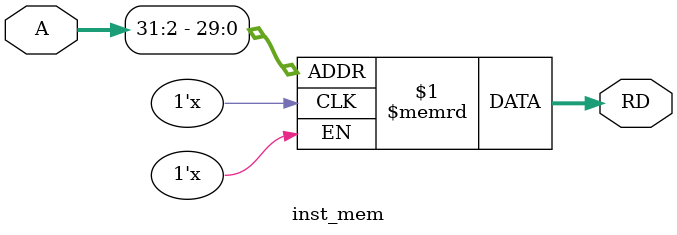
<source format=v>
module inst_mem(
    input [31:0] A,
    output reg [31:0] RD
);
    reg [31:0] mem [15999:0];
    assign RD = mem[A[31:2]];
endmodule

</source>
